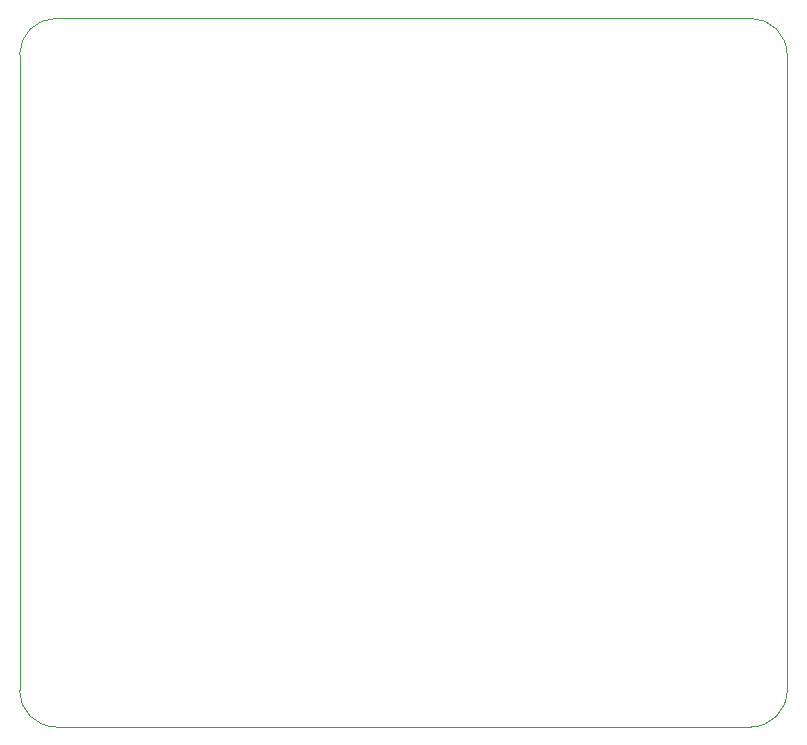
<source format=gbr>
%TF.GenerationSoftware,KiCad,Pcbnew,8.0.3*%
%TF.CreationDate,2024-09-21T15:41:29+02:00*%
%TF.ProjectId,POV_Motor_crtl,504f565f-4d6f-4746-9f72-5f6372746c2e,rev?*%
%TF.SameCoordinates,Original*%
%TF.FileFunction,Profile,NP*%
%FSLAX46Y46*%
G04 Gerber Fmt 4.6, Leading zero omitted, Abs format (unit mm)*
G04 Created by KiCad (PCBNEW 8.0.3) date 2024-09-21 15:41:29*
%MOMM*%
%LPD*%
G01*
G04 APERTURE LIST*
%TA.AperFunction,Profile*%
%ADD10C,0.050000*%
%TD*%
G04 APERTURE END LIST*
D10*
X32100000Y-86000000D02*
X90900000Y-86000000D01*
X94000000Y-89100000D02*
X94000000Y-142900000D01*
X32100000Y-146000000D02*
G75*
G02*
X29000000Y-142900000I0J3100000D01*
G01*
X29000000Y-89100000D02*
G75*
G02*
X32100000Y-86000000I3100000J0D01*
G01*
X94000000Y-142900000D02*
G75*
G02*
X90900000Y-146000000I-3100000J0D01*
G01*
X29000000Y-142900000D02*
X29000000Y-89100000D01*
X90900000Y-86000000D02*
G75*
G02*
X94000000Y-89100000I0J-3100000D01*
G01*
X90900000Y-146000000D02*
X32100000Y-146000000D01*
M02*

</source>
